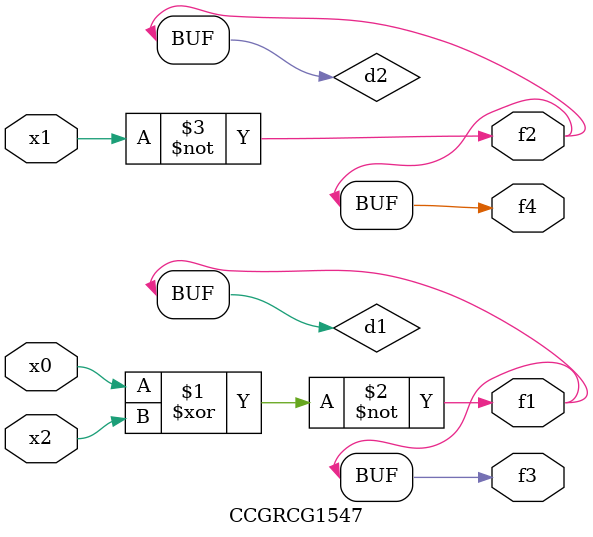
<source format=v>
module CCGRCG1547(
	input x0, x1, x2,
	output f1, f2, f3, f4
);

	wire d1, d2, d3;

	xnor (d1, x0, x2);
	nand (d2, x1);
	nor (d3, x1, x2);
	assign f1 = d1;
	assign f2 = d2;
	assign f3 = d1;
	assign f4 = d2;
endmodule

</source>
